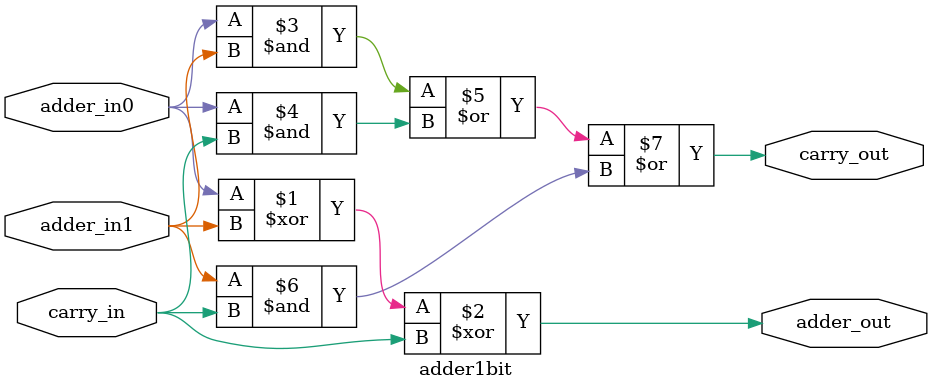
<source format=v>
module adder32bit(
    input [31:0] adder_in0, adder_in1,
    input carry_in,
    output [31:0] adder_out,
    output carry_out
    );

    wire c5;
    wire c6;
    wire c7;

    adder8bit block6(
        .adder_in0(adder_in0[7:0]),
        .adder_in1(adder_in1[7:0]),
        .carry_in(carry_in),
        .adder_out(adder_out[7:0]),
        .carry_out(c5)
        );
    adder8bit block7(
        .adder_in0(adder_in0[15:8]),
        .adder_in1(adder_in1[15:8]),
        .carry_in(c5),
        .adder_out(adder_out[15:8]),
        .carry_out(c6)
        );
    adder8bit block8(
        .adder_in0(adder_in0[23:16]),
        .adder_in1(adder_in1[23:16]),
        .carry_in(c6),
        .adder_out(adder_out[23:16]),
        .carry_out(c7)
        );
    adder8bit block9(
        .adder_in0(adder_in0[31:24]),
        .adder_in1(adder_in1[31:24]),
        .carry_in(c7),
        .adder_out(adder_out[31:24]),
        .carry_out(carry_out)
        );
endmodule

module adder8bit(
    input [7:0] adder_in0, adder_in1,
    input carry_in,
    output [7:0] adder_out,
    output carry_out
    );

    wire c4;

    adder4bit block4(
        .adder_in0(adder_in0[3:0]),
        .adder_in1(adder_in1[3:0]),
        .carry_in(carry_in),
        .adder_out(adder_out[3:0]),
        .carry_out(c4)
        );
    adder4bit block5(
        .adder_in0(adder_in0[7:4]),
        .adder_in1(adder_in1[7:4]),
        .carry_in(c4),
        .adder_out(adder_out[7:4]),
        .carry_out(carry_out)
        );
endmodule

module adder4bit(
    input [3:0] adder_in0, adder_in1,
    input carry_in,
    output [3:0] adder_out,
    output carry_out
    );

    wire c1;
    wire c2;
    wire c3;

    adder1bit block0 (
        .adder_in0(adder_in0[0]),
        .adder_in1(adder_in1[0]),
        .carry_in(carry_in),
        .adder_out(adder_out[0]),
        .carry_out(c1)
        );
    adder1bit block1 (
        .adder_in0(adder_in0[1]),
        .adder_in1(adder_in1[1]),
        .carry_in(c1),
        .adder_out(adder_out[1]),
        .carry_out(c2)
        );
    adder1bit block2 (
        .adder_in0(adder_in0[2]),
        .adder_in1(adder_in1[2]),
        .carry_in(c2),
        .adder_out(adder_out[2]),
        .carry_out(c3)
        );
    adder1bit block3 (
        .adder_in0(adder_in0[3]),
        .adder_in1(adder_in1[3]),
        .carry_in(c3),
        .adder_out(adder_out[3]),
        .carry_out(carry_out)
        );
endmodule

module adder1bit(
    input adder_in0, adder_in1, carry_in,
    output adder_out, carry_out
    );

    assign adder_out = adder_in0 ^ adder_in1 ^ carry_in;
    assign carry_out = (adder_in0 & adder_in1) | (adder_in0 & carry_in) | (adder_in1 & carry_in);
endmodule
</source>
